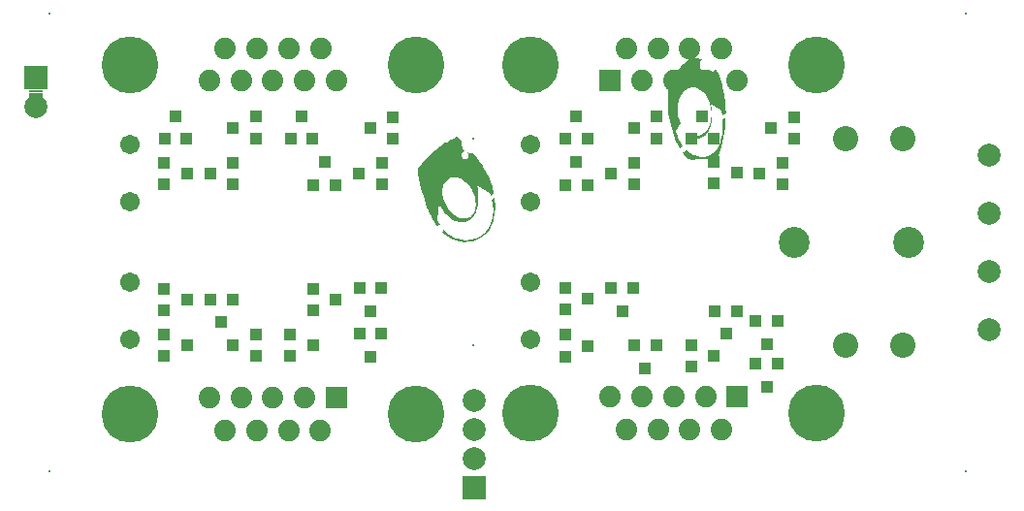
<source format=gbs>
From f40a69915fecc760ab1656ea8ef7b0c2a722ea69 Mon Sep 17 00:00:00 2001
From: jaseg <git@jaseg.net>
Date: Thu, 5 Oct 2017 13:13:39 +0200
Subject: Fix-up repository structure

---
 .../Project Outputs for olsndot/led_drv.GBS        | 947 ---------------------
 1 file changed, 947 deletions(-)
 delete mode 100644 olsndot/PCB_Project/Project Outputs for olsndot/led_drv.GBS

(limited to 'olsndot/PCB_Project/Project Outputs for olsndot/led_drv.GBS')

diff --git a/olsndot/PCB_Project/Project Outputs for olsndot/led_drv.GBS b/olsndot/PCB_Project/Project Outputs for olsndot/led_drv.GBS
deleted file mode 100644
index 47534a0..0000000
--- a/olsndot/PCB_Project/Project Outputs for olsndot/led_drv.GBS	
+++ /dev/null
@@ -1,947 +0,0 @@
-G04 Layer_Color=16711935*
-%FSLAX25Y25*%
-%MOIN*%
-G70*
-G01*
-G75*
-%ADD65C,0.06706*%
-%ADD66C,0.10642*%
-%ADD67C,0.08674*%
-%ADD68C,0.19540*%
-%ADD69R,0.07453X0.07453*%
-%ADD70C,0.07453*%
-%ADD71R,0.07887X0.07887*%
-%ADD72C,0.07887*%
-%ADD73R,0.07887X0.07887*%
-%ADD74C,0.00800*%
-%ADD75R,0.04724X0.00787*%
-%ADD76R,0.04343X0.03950*%
-%ADD77R,0.03950X0.04343*%
-%ADD78R,0.04737X0.03162*%
-G36*
-X232660Y161789D02*
-X234377Y161525D01*
-X236018Y161284D01*
-X235754Y160897D01*
-X235559Y160468D01*
-X235435Y160004D01*
-X235389Y159511D01*
-X235438Y158996D01*
-X235578Y158502D01*
-X235804Y158043D01*
-X236112Y157629D01*
-X235849Y157441D01*
-X235649Y157193D01*
-X235521Y156903D01*
-X235476Y156579D01*
-X235502Y156342D01*
-X235570Y156120D01*
-X235679Y155920D01*
-X235822Y155743D01*
-X235999Y155600D01*
-X236199Y155491D01*
-X236421Y155423D01*
-X236658Y155401D01*
-X236895Y155423D01*
-X237117Y155491D01*
-X237320Y155600D01*
-X237494Y155743D01*
-X237640Y155920D01*
-X237750Y156120D01*
-X237817Y156342D01*
-X237840Y156579D01*
-X237832Y156714D01*
-X238216Y156684D01*
-X238634Y156714D01*
-X239037Y156805D01*
-X239417Y156952D01*
-X239771Y157151D01*
-X240091Y157396D01*
-X240377Y157689D01*
-X240618Y158021D01*
-X240813Y158390D01*
-X241250Y157441D01*
-X241657Y156481D01*
-X242033Y155510D01*
-X242376Y154535D01*
-X242688Y153552D01*
-X242974Y152562D01*
-X243227Y151565D01*
-X243452Y150567D01*
-X243814Y148561D01*
-X244070Y146546D01*
-X244220Y144536D01*
-X244273Y142534D01*
-X243633Y142232D01*
-X242989Y141976D01*
-X242752Y143795D01*
-X238924Y146170D01*
-X239150Y145387D01*
-X239327Y144615D01*
-X239458Y143851D01*
-X239545Y143102D01*
-X239586Y142368D01*
-Y141653D01*
-X239545Y140953D01*
-X239470Y140279D01*
-X239391Y139831D01*
-X243159D01*
-X243102Y140824D01*
-X243675Y141028D01*
-X244250Y141261D01*
-X244179Y139831D01*
-X248553D01*
-Y139823D01*
-X244179D01*
-X244160Y139458D01*
-X243995Y137677D01*
-X243758Y135927D01*
-X243453Y134206D01*
-X243084Y132527D01*
-X242654Y130894D01*
-X242165Y129309D01*
-X241627Y127780D01*
-X240577Y127536D01*
-X239462Y127329D01*
-X238284Y127152D01*
-X237034Y127012D01*
-X235713Y126911D01*
-X234312Y126850D01*
-X232829Y126832D01*
-X231263Y126854D01*
-X230800Y127374D01*
-X230318Y127957D01*
-X229825Y128609D01*
-X229328Y129327D01*
-X229629Y129403D01*
-X229942Y129561D01*
-X230243Y129791D01*
-X230525Y130080D01*
-X230623Y130208D01*
-X231113Y129760D01*
-X231617Y129358D01*
-X232136Y128996D01*
-X232671Y128676D01*
-X233213Y128405D01*
-X233763Y128179D01*
-X234316Y127999D01*
-X234873Y127867D01*
-X235430Y127784D01*
-X235987Y127746D01*
-X236541Y127761D01*
-X237087Y127825D01*
-X237625Y127942D01*
-X238148Y128108D01*
-X238664Y128330D01*
-X239161Y128601D01*
-X239639Y128928D01*
-X240098Y129313D01*
-X240535Y129749D01*
-X240945Y130242D01*
-X241329Y130792D01*
-X241687Y131402D01*
-X242011Y132068D01*
-X242297Y132795D01*
-X242549Y133581D01*
-X242764Y134428D01*
-X242937Y135336D01*
-X243065Y136307D01*
-X243148Y137338D01*
-X243185Y138438D01*
-X243170Y139597D01*
-X243159Y139823D01*
-X239390D01*
-X239357Y139623D01*
-X239206Y138995D01*
-X239029Y138396D01*
-X238818Y137828D01*
-X238581Y137289D01*
-X238318Y136781D01*
-X238032Y136314D01*
-X237723Y135881D01*
-X237392Y135494D01*
-X237045Y135144D01*
-X236680Y134839D01*
-X236300Y134583D01*
-X235908Y134372D01*
-X235506Y134214D01*
-X235095Y134105D01*
-X234681Y134052D01*
-X234260Y134060D01*
-X233834Y134124D01*
-X233409Y134248D01*
-X232983Y134436D01*
-X232565Y134688D01*
-X232148Y135008D01*
-X231741Y135396D01*
-X231342Y135855D01*
-X231730Y135599D01*
-X232129Y135385D01*
-X232535Y135208D01*
-X232942Y135072D01*
-X233352Y134978D01*
-X233766Y134925D01*
-X234177Y134914D01*
-X234587Y134948D01*
-X235167Y135068D01*
-X235720Y135268D01*
-X236240Y135547D01*
-X236729Y135897D01*
-X237181Y136311D01*
-X237599Y136793D01*
-X237975Y137327D01*
-X238310Y137922D01*
-X238604Y138562D01*
-X238848Y139247D01*
-X239003Y139823D01*
-X234896D01*
-Y139831D01*
-X239007D01*
-X239044Y139970D01*
-X239187Y140731D01*
-X239281Y141521D01*
-X239315Y142342D01*
-X239296Y143177D01*
-X239214Y144036D01*
-X239078Y144841D01*
-X238897Y145621D01*
-X238668Y146370D01*
-X238397Y147085D01*
-X238084Y147759D01*
-X237734Y148391D01*
-X237350Y148978D01*
-X236932Y149517D01*
-X236488Y150002D01*
-X236017Y150432D01*
-X235521Y150804D01*
-X235009Y151113D01*
-X234478Y151358D01*
-X233932Y151531D01*
-X233375Y151629D01*
-X232806Y151655D01*
-X232400Y151621D01*
-X231820Y151501D01*
-X231271Y151301D01*
-X230751Y151023D01*
-X230262Y150672D01*
-X229806Y150258D01*
-X229392Y149777D01*
-X229012Y149238D01*
-X228677Y148647D01*
-X228387Y148007D01*
-X228142Y147322D01*
-X227946Y146599D01*
-X227800Y145839D01*
-X227709Y145048D01*
-X227672Y144228D01*
-X227694Y143388D01*
-X227777Y142534D01*
-X227909Y141736D01*
-X228093Y140956D01*
-X228327Y140196D01*
-X228609Y139466D01*
-X227242Y136526D01*
-X227423Y135807D01*
-X227638Y135114D01*
-X227879Y134451D01*
-X228146Y133819D01*
-X228436Y133213D01*
-X228647Y132829D01*
-X231997D01*
-Y132821D01*
-X228650D01*
-X228752Y132633D01*
-X229091Y132087D01*
-X229448Y131568D01*
-X229121Y131232D01*
-X228838Y130815D01*
-X228662Y130382D01*
-X228176Y131232D01*
-X227698Y132143D01*
-X227374Y132821D01*
-X153376D01*
-X153372Y132810D01*
-X153365Y132422D01*
-X153413Y132027D01*
-X153519Y131624D01*
-X153681Y131225D01*
-X153895Y130833D01*
-X154159Y130461D01*
-X154475Y130107D01*
-X154859Y129768D01*
-X154648Y129787D01*
-X154400Y129761D01*
-X154166Y129678D01*
-X153948Y129542D01*
-X153756Y129362D01*
-X153598Y129139D01*
-X153481Y128891D01*
-X153410Y128620D01*
-X153387Y128334D01*
-X153413Y128040D01*
-X153485Y127769D01*
-X153602Y127521D01*
-X153756Y127306D01*
-X153940Y127129D01*
-X154155Y126994D01*
-X154392Y126911D01*
-X154648Y126881D01*
-X154900Y126911D01*
-X155138Y126994D01*
-X155352Y127129D01*
-X155537Y127306D01*
-X155691Y127521D01*
-X155808Y127769D01*
-X155883Y128040D01*
-X155905Y128334D01*
-X155883Y128605D01*
-X155819Y128865D01*
-X155714Y129102D01*
-X155570Y129320D01*
-X156071Y129121D01*
-X156564Y129008D01*
-X157046Y128985D01*
-X157498Y129053D01*
-X157501D01*
-X158220Y128180D01*
-X158902Y127299D01*
-X159542Y126418D01*
-X160144Y125529D01*
-X160709Y124641D01*
-X161239Y123749D01*
-X161729Y122860D01*
-X162184Y121972D01*
-X162602Y121083D01*
-X162986Y120199D01*
-X163332Y119322D01*
-X163645Y118448D01*
-X163924Y117579D01*
-X164172Y116717D01*
-X164383Y115866D01*
-X164564Y115023D01*
-X163543Y114240D01*
-X163291Y115083D01*
-X158698Y118166D01*
-X158954Y116743D01*
-X159127Y115403D01*
-X159214Y114153D01*
-X159225Y112986D01*
-X159165Y111909D01*
-X159034Y110912D01*
-X158838Y110001D01*
-X158800Y109880D01*
-X158104D01*
-X158112Y109907D01*
-X158221Y110509D01*
-X158281Y111138D01*
-X158289Y111793D01*
-X158243Y112463D01*
-X158145Y113152D01*
-X157991Y113852D01*
-X157780Y114556D01*
-X157517Y115263D01*
-X157197Y115968D01*
-X156926Y116479D01*
-X156628Y116969D01*
-X156316Y117439D01*
-X155981Y117880D01*
-X155627Y118298D01*
-X155262Y118689D01*
-X154882Y119051D01*
-X154486Y119382D01*
-X154084Y119683D01*
-X153670Y119950D01*
-X153252Y120187D01*
-X152826Y120383D01*
-X152397Y120549D01*
-X151964Y120673D01*
-X151535Y120756D01*
-X151106Y120801D01*
-X150598Y120798D01*
-X150108Y120734D01*
-X149642Y120609D01*
-X149197Y120425D01*
-X148742Y120154D01*
-X148331Y119823D01*
-X147970Y119435D01*
-X147661Y118994D01*
-X147398Y118509D01*
-X147183Y117982D01*
-X147021Y117413D01*
-X146908Y116811D01*
-X146848Y116182D01*
-X146841Y115531D01*
-X146886Y114857D01*
-X146987Y114169D01*
-X147142Y113468D01*
-X147349Y112764D01*
-X147612Y112057D01*
-X147932Y111356D01*
-X148301Y110675D01*
-X148708Y110039D01*
-X149144Y109448D01*
-X149607Y108902D01*
-X150097Y108409D01*
-X150609Y107968D01*
-X151132Y107581D01*
-X151670Y107246D01*
-X152216Y106974D01*
-X152766Y106764D01*
-X153319Y106613D01*
-X153865Y106530D01*
-X154403Y106515D01*
-X154930Y106568D01*
-X155442Y106696D01*
-X155932Y106895D01*
-X156387Y107167D01*
-X156798Y107498D01*
-X157159Y107886D01*
-X157415Y108247D01*
-X155066D01*
-Y108255D01*
-X157422D01*
-X157471Y108326D01*
-X157735Y108812D01*
-X157946Y109343D01*
-X158100Y109873D01*
-X158797D01*
-X158582Y109173D01*
-X158270Y108428D01*
-X158175Y108255D01*
-X164248D01*
-X164270Y108514D01*
-X164285Y109591D01*
-X164270Y109873D01*
-X164267Y109881D01*
-X164218Y110724D01*
-X164064Y111910D01*
-X163822Y113153D01*
-X164775Y113789D01*
-X164907Y112686D01*
-X164982Y111609D01*
-X165001Y110559D01*
-X164978Y109881D01*
-Y109873D01*
-X164967Y109538D01*
-X164884Y108548D01*
-X164843Y108255D01*
-X168724D01*
-Y108247D01*
-X164843D01*
-X164749Y107596D01*
-X164564Y106681D01*
-X164331Y105804D01*
-X164052Y104972D01*
-X163725Y104181D01*
-X163356Y103443D01*
-X162942Y102751D01*
-X162486Y102114D01*
-X161993Y101535D01*
-X161459Y101012D01*
-X160882Y100549D01*
-X160246Y100119D01*
-X159554Y99724D01*
-X158808Y99374D01*
-X158018Y99069D01*
-X157190Y98821D01*
-X156320Y98636D01*
-X155424Y98523D01*
-X154498Y98489D01*
-X153553Y98542D01*
-X152593Y98689D01*
-X151618Y98934D01*
-X150639Y99291D01*
-X149657Y99762D01*
-X148678Y100356D01*
-X147707Y101083D01*
-X147225Y101497D01*
-X146747Y101949D01*
-X147003Y102389D01*
-X147195Y102837D01*
-X147846Y102160D01*
-X148531Y101554D01*
-X149243Y101015D01*
-X149980Y100545D01*
-X150737Y100142D01*
-X151509Y99807D01*
-X152292Y99543D01*
-X153083Y99340D01*
-X153881Y99208D01*
-X154675Y99137D01*
-X155465Y99134D01*
-X156245Y99194D01*
-X157016Y99322D01*
-X157765Y99510D01*
-X158500Y99758D01*
-X159207Y100075D01*
-X159885Y100447D01*
-X160529Y100884D01*
-X161135Y101385D01*
-X161703Y101942D01*
-X162226Y102559D01*
-X162697Y103237D01*
-X163115Y103971D01*
-X163480Y104765D01*
-X163777Y105616D01*
-X164015Y106527D01*
-X164180Y107491D01*
-X164248Y108247D01*
-X158172D01*
-X157908Y107762D01*
-X157498Y107178D01*
-X157043Y106670D01*
-X156553Y106245D01*
-X156026Y105898D01*
-X155473Y105627D01*
-X154889Y105431D01*
-X154291Y105315D01*
-X153670Y105270D01*
-X153037Y105300D01*
-X152401Y105401D01*
-X151757Y105578D01*
-X151114Y105827D01*
-X150477Y106143D01*
-X149849Y106534D01*
-X149235Y106990D01*
-X148637Y107517D01*
-X148064Y108112D01*
-X147515Y108771D01*
-X146999Y109497D01*
-X146517Y110291D01*
-X146077Y111146D01*
-X145678Y112068D01*
-X144993Y106241D01*
-X145463Y105311D01*
-X145979Y104445D01*
-X145535Y104200D01*
-X145098Y103843D01*
-X144552Y104599D01*
-X144021Y105413D01*
-X143498Y106286D01*
-X142990Y107223D01*
-X142497Y108225D01*
-X142019Y109290D01*
-X141552Y110423D01*
-X141108Y111628D01*
-X140678Y112900D01*
-X140268Y114244D01*
-X139877Y115663D01*
-X139508Y117158D01*
-X139161Y118731D01*
-X138838Y120380D01*
-X138540Y122112D01*
-X138265Y123926D01*
-X139718Y125481D01*
-X141190Y127021D01*
-X142708Y128512D01*
-X143491Y129234D01*
-X144296Y129942D01*
-X145124Y130623D01*
-X145979Y131278D01*
-X146863Y131907D01*
-X147782Y132506D01*
-X148317Y132822D01*
-X144737D01*
-Y132830D01*
-X148328D01*
-X148734Y133071D01*
-X149724Y133601D01*
-X150760Y134091D01*
-X151836Y134539D01*
-X153448Y133176D01*
-X153376Y132830D01*
-X227371D01*
-X227235Y133116D01*
-X226791Y134147D01*
-X226370Y135231D01*
-X225974Y136376D01*
-X225609Y137577D01*
-X225282Y138830D01*
-X224995Y140137D01*
-X224758Y141496D01*
-X224566Y142911D01*
-X224435Y144371D01*
-X224359Y145885D01*
-X224348Y147447D01*
-X224405Y149058D01*
-X224536Y150715D01*
-X224480Y151637D01*
-X224483Y151957D01*
-X224558Y152333D01*
-X225123Y153561D01*
-X225808Y154841D01*
-X226621Y156139D01*
-X227073Y156787D01*
-X227559Y157427D01*
-X228074Y158055D01*
-X228628Y158669D01*
-X229211Y159264D01*
-X229832Y159832D01*
-X230487Y160374D01*
-X231176Y160883D01*
-X231899Y161357D01*
-X232660Y161790D01*
-X232660Y161789D01*
-D02*
-G37*
-D65*
-X177165Y112205D02*
-D03*
-Y131890D02*
-D03*
-Y84646D02*
-D03*
-Y64961D02*
-D03*
-X39370Y84646D02*
-D03*
-Y64961D02*
-D03*
-Y112205D02*
-D03*
-Y131890D02*
-D03*
-D66*
-X307087Y98425D02*
-D03*
-X267717D02*
-D03*
-D67*
-X305118Y133858D02*
-D03*
-X285433D02*
-D03*
-X305118Y62992D02*
-D03*
-X285433D02*
-D03*
-D68*
-X39370Y39370D02*
-D03*
-X137756D02*
-D03*
-X137776Y159449D02*
-D03*
-X39390D02*
-D03*
-X275571D02*
-D03*
-X177185D02*
-D03*
-X177185Y39685D02*
-D03*
-X275571D02*
-D03*
-D69*
-X110374Y44961D02*
-D03*
-X204567Y153858D02*
-D03*
-X248189Y45276D02*
-D03*
-D70*
-X104921Y33779D02*
-D03*
-X99468Y44961D02*
-D03*
-X94016Y33779D02*
-D03*
-X88563Y44961D02*
-D03*
-X83110Y33779D02*
-D03*
-X77658Y44961D02*
-D03*
-X72205Y33779D02*
-D03*
-X66752Y44961D02*
-D03*
-X66772Y153858D02*
-D03*
-X72224Y165039D02*
-D03*
-X77677Y153858D02*
-D03*
-X83130Y165039D02*
-D03*
-X88583Y153858D02*
-D03*
-X94035Y165039D02*
-D03*
-X99488Y153858D02*
-D03*
-X104941Y165039D02*
-D03*
-X110394Y153858D02*
-D03*
-X210020Y165039D02*
-D03*
-X215472Y153858D02*
-D03*
-X220925Y165039D02*
-D03*
-X226378Y153858D02*
-D03*
-X231831Y165039D02*
-D03*
-X237283Y153858D02*
-D03*
-X242736Y165039D02*
-D03*
-X248189Y153858D02*
-D03*
-X242736Y34095D02*
-D03*
-X237283Y45276D02*
-D03*
-X231831Y34095D02*
-D03*
-X226378Y45276D02*
-D03*
-X220925Y34095D02*
-D03*
-X215472Y45276D02*
-D03*
-X210020Y34095D02*
-D03*
-X204567Y45276D02*
-D03*
-D71*
-X7087Y155000D02*
-D03*
-D72*
-Y145000D02*
-D03*
-X157874Y44134D02*
-D03*
-Y34134D02*
-D03*
-Y24134D02*
-D03*
-X334646Y68425D02*
-D03*
-Y88425D02*
-D03*
-Y108425D02*
-D03*
-Y128425D02*
-D03*
-D73*
-X157874Y14134D02*
-D03*
-D74*
-X11811Y19685D02*
-D03*
-Y177165D02*
-D03*
-X326772D02*
-D03*
-Y19685D02*
-D03*
-X157480Y62992D02*
-D03*
-Y133858D02*
-D03*
-D75*
-X7087Y150394D02*
-D03*
-D76*
-X267717Y141339D02*
-D03*
-Y133858D02*
-D03*
-X259842Y137598D02*
-D03*
-X263779Y125787D02*
-D03*
-Y118307D02*
-D03*
-X255906Y122047D02*
-D03*
-X240158Y118504D02*
-D03*
-Y125984D02*
-D03*
-X248031Y122244D02*
-D03*
-X220472Y141535D02*
-D03*
-Y134055D02*
-D03*
-X212598Y137795D02*
-D03*
-X212598Y125787D02*
-D03*
-Y118307D02*
-D03*
-X204724Y122047D02*
-D03*
-X129921Y141339D02*
-D03*
-Y133858D02*
-D03*
-X122047Y137598D02*
-D03*
-X125984Y125787D02*
-D03*
-Y118307D02*
-D03*
-X118110Y122047D02*
-D03*
-X82677Y141535D02*
-D03*
-Y134055D02*
-D03*
-X74803Y137795D02*
-D03*
-Y125787D02*
-D03*
-Y118307D02*
-D03*
-X66929Y122047D02*
-D03*
-X51181Y118307D02*
-D03*
-Y125787D02*
-D03*
-X59055Y122047D02*
-D03*
-X102362Y75000D02*
-D03*
-Y82480D02*
-D03*
-X110236Y78740D02*
-D03*
-X94488Y59252D02*
-D03*
-Y66732D02*
-D03*
-X102362Y62992D02*
-D03*
-X82677Y66732D02*
-D03*
-Y59252D02*
-D03*
-X74803Y62992D02*
-D03*
-X51181Y75000D02*
-D03*
-Y82480D02*
-D03*
-X59055Y78740D02*
-D03*
-X51181Y59252D02*
-D03*
-Y66732D02*
-D03*
-X59055Y62992D02*
-D03*
-X188976Y75197D02*
-D03*
-Y82677D02*
-D03*
-X196850Y78937D02*
-D03*
-X188976Y59055D02*
-D03*
-Y66535D02*
-D03*
-X196850Y62795D02*
-D03*
-X232283Y55512D02*
-D03*
-Y62992D02*
-D03*
-X240158Y59252D02*
-D03*
-D77*
-X239961Y133858D02*
-D03*
-X232480D02*
-D03*
-X236221Y141732D02*
-D03*
-X196653Y118110D02*
-D03*
-X189173D02*
-D03*
-X192913Y125984D02*
-D03*
-X196653Y133858D02*
-D03*
-X189173D02*
-D03*
-X192913Y141732D02*
-D03*
-X110039Y118110D02*
-D03*
-X102559D02*
-D03*
-X106299Y125984D02*
-D03*
-X102165Y133858D02*
-D03*
-X94685D02*
-D03*
-X98425Y141732D02*
-D03*
-X58858Y133858D02*
-D03*
-X51378D02*
-D03*
-X55118Y141732D02*
-D03*
-X118307Y82677D02*
-D03*
-X125787D02*
-D03*
-X122047Y74803D02*
-D03*
-X118307Y66929D02*
-D03*
-X125787D02*
-D03*
-X122047Y59055D02*
-D03*
-X67126Y78740D02*
-D03*
-X74606D02*
-D03*
-X70866Y70866D02*
-D03*
-X240551Y74803D02*
-D03*
-X248031D02*
-D03*
-X244291Y66929D02*
-D03*
-X254528Y71260D02*
-D03*
-X262008D02*
-D03*
-X258268Y63386D02*
-D03*
-X254528Y56693D02*
-D03*
-X262008D02*
-D03*
-X258268Y48819D02*
-D03*
-X204921Y82677D02*
-D03*
-X212402D02*
-D03*
-X208661Y74803D02*
-D03*
-X212795Y62992D02*
-D03*
-X220276D02*
-D03*
-X216535Y55118D02*
-D03*
-D78*
-X7087Y148425D02*
-D03*
-Y152362D02*
-D03*
-M02*
-- 
cgit 


</source>
